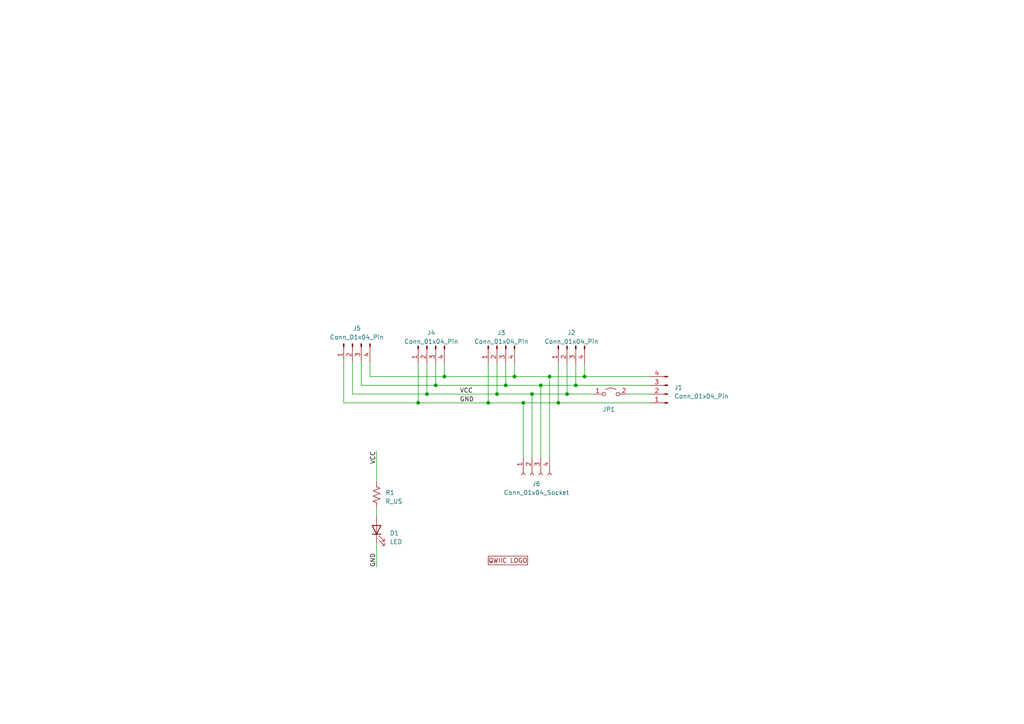
<source format=kicad_sch>
(kicad_sch (version 20230121) (generator eeschema)
  (paper "A4")
  (lib_symbols
    (symbol "Connector:Conn_01x04_Pin" (pin_names (offset 1.016) hide)
      (property "Reference" "J" (at 0 5.08 0))
      (property "Value" "Conn_01x04_Pin" (at 0 -7.62 0))
      (symbol "Conn_01x04_Pin_1_1"
        (polyline (pts (xy 1.27 -5.08) (xy 0.8636 -5.08)) (stroke (width 0.1524)))
        (polyline (pts (xy 1.27 -2.54) (xy 0.8636 -2.54)) (stroke (width 0.1524)))
        (polyline (pts (xy 1.27 0) (xy 0.8636 0)) (stroke (width 0.1524)))
        (polyline (pts (xy 1.27 2.54) (xy 0.8636 2.54)) (stroke (width 0.1524)))
        (rectangle (start 0.8636 -4.953) (end 0 -5.207) (stroke (width 0.1524)) (fill (type outline)))
        (rectangle (start 0.8636 -2.413) (end 0 -2.667) (stroke (width 0.1524)) (fill (type outline)))
        (rectangle (start 0.8636 0.127) (end 0 -0.127) (stroke (width 0.1524)) (fill (type outline)))
        (rectangle (start 0.8636 2.667) (end 0 2.413) (stroke (width 0.1524)) (fill (type outline)))
        (pin passive line (at 5.08 2.54 180) (length 3.81) (name "Pin_1") (number "1"))
        (pin passive line (at 5.08 0 180) (length 3.81) (name "Pin_2") (number "2"))
        (pin passive line (at 5.08 -2.54 180) (length 3.81) (name "Pin_3") (number "3"))
        (pin passive line (at 5.08 -5.08 180) (length 3.81) (name "Pin_4") (number "4"))
      )
    )
    (symbol "Connector:Conn_01x04_Socket" (pin_names (offset 1.016) hide)
      (property "Reference" "J" (at 0 5.08 0))
      (property "Value" "Conn_01x04_Socket" (at 0 -7.62 0))
      (symbol "Conn_01x04_Socket_1_1"
        (arc (start 0 -4.572) (mid -0.5058 -5.08) (end 0 -5.588) (stroke (width 0.1524)))
        (arc (start 0 -2.032) (mid -0.5058 -2.54) (end 0 -3.048) (stroke (width 0.1524)))
        (polyline (pts (xy -1.27 -5.08) (xy -0.508 -5.08)) (stroke (width 0.1524)))
        (polyline (pts (xy -1.27 -2.54) (xy -0.508 -2.54)) (stroke (width 0.1524)))
        (polyline (pts (xy -1.27 0) (xy -0.508 0)) (stroke (width 0.1524)))
        (polyline (pts (xy -1.27 2.54) (xy -0.508 2.54)) (stroke (width 0.1524)))
        (arc (start 0 0.508) (mid -0.5058 0) (end 0 -0.508) (stroke (width 0.1524)))
        (arc (start 0 3.048) (mid -0.5058 2.54) (end 0 2.032) (stroke (width 0.1524)))
        (pin passive line (at -5.08 2.54 0) (length 3.81) (name "Pin_1") (number "1"))
        (pin passive line (at -5.08 0 0) (length 3.81) (name "Pin_2") (number "2"))
        (pin passive line (at -5.08 -2.54 0) (length 3.81) (name "Pin_3") (number "3"))
        (pin passive line (at -5.08 -5.08 0) (length 3.81) (name "Pin_4") (number "4"))
      )
    )
    (symbol "Device:LED" (pin_numbers hide) (pin_names (offset 1.016) hide)
      (property "Reference" "D" (at 0 2.54 0))
      (property "Value" "LED" (at 0 -2.54 0))
      (symbol "LED_0_1"
        (polyline (pts (xy -1.27 -1.27) (xy -1.27 1.27)) (stroke (width 0.254)))
        (polyline (pts (xy -1.27 0) (xy 1.27 0)))
        (polyline (pts (xy 1.27 -1.27) (xy 1.27 1.27) (xy -1.27 0) (xy 1.27 -1.27)) (stroke (width 0.254)))
        (polyline (pts (xy -3.048 -0.762) (xy -4.572 -2.286) (xy -3.81 -2.286) (xy -4.572 -2.286) (xy -4.572 -1.524)))
        (polyline (pts (xy -1.778 -0.762) (xy -3.302 -2.286) (xy -2.54 -2.286) (xy -3.302 -2.286) (xy -3.302 -1.524)))
      )
      (symbol "LED_1_1"
        (pin passive line (at -3.81 0 0) (length 2.54) (name "K") (number "1"))
        (pin passive line (at 3.81 0 180) (length 2.54) (name "A") (number "2"))
      )
    )
    (symbol "Device:R_US" (pin_numbers hide) (pin_names (offset 0))
      (property "Reference" "R" (at 2.54 0 90))
      (property "Value" "R_US" (at -2.54 0 90))
      (symbol "R_US_0_1"
        (polyline (pts (xy 0 -2.286) (xy 0 -2.54)))
        (polyline (pts (xy 0 2.286) (xy 0 2.54)))
        (polyline (pts (xy 0 -0.762) (xy 1.016 -1.143) (xy 0 -1.524) (xy -1.016 -1.905) (xy 0 -2.286)))
        (polyline (pts (xy 0 0.762) (xy 1.016 0.381) (xy 0 0) (xy -1.016 -0.381) (xy 0 -0.762)))
        (polyline (pts (xy 0 2.286) (xy 1.016 1.905) (xy 0 1.524) (xy -1.016 1.143) (xy 0 0.762)))
      )
      (symbol "R_US_1_1"
        (pin passive line (at 0 3.81 270) (length 1.27) (name "~") (number "1"))
        (pin passive line (at 0 -3.81 90) (length 1.27) (name "~") (number "2"))
      )
    )
    (symbol "Jumper:Jumper_2_Open" (pin_names (offset 0) hide)
      (property "Reference" "JP" (at 0 2.794 0))
      (property "Value" "Jumper_2_Open" (at 0 -2.286 0))
      (symbol "Jumper_2_Open_0_0"
        (circle (center -2.032 0) (radius 0.508))
        (circle (center 2.032 0) (radius 0.508))
      )
      (symbol "Jumper_2_Open_0_1"
        (arc (start 1.524 1.27) (mid 0 1.778) (end -1.524 1.27))
      )
      (symbol "Jumper_2_Open_1_1"
        (pin passive line (at -5.08 0 0) (length 2.54) (name "A") (number "1"))
        (pin passive line (at 5.08 0 180) (length 2.54) (name "B") (number "2"))
      )
    )
    (symbol "quiic_hub:QWIIC_LOGO"
      (property "Reference" "X" (at -1.905 2.54 0))
      (symbol "QWIIC_LOGO_0_1"
        (rectangle (start -4.445 1.27) (end 6.985 -1.27))
      )
      (symbol "QWIIC_LOGO_1_1"
        (text "QWIIC LOGO" (at 1.27 0 0) (effects (font (size 1.27 1.27))))
      )
    )
  )
  (junction (at 121.285 116.84))
  (junction (at 169.545 109.22))
  (junction (at 164.465 114.3))
  (junction (at 146.685 111.76))
  (junction (at 167.005 111.76))
  (junction (at 161.925 116.84))
  (junction (at 126.365 111.76))
  (junction (at 123.825 114.3))
  (junction (at 128.905 109.22))
  (junction (at 154.305 114.3))
  (junction (at 159.385 109.22))
  (junction (at 141.605 116.84))
  (junction (at 151.765 116.84))
  (junction (at 149.225 109.22))
  (junction (at 144.145 114.3))
  (junction (at 156.845 111.76))
  (wire (pts (xy 104.775 104.775) (xy 104.775 111.76)))
  (wire (pts (xy 126.365 105.41) (xy 126.365 111.76)))
  (wire (pts (xy 188.595 109.22) (xy 169.545 109.22)))
  (wire (pts (xy 144.145 105.41) (xy 144.145 114.3)))
  (wire (pts (xy 109.22 130.81) (xy 109.22 139.7)))
  (wire (pts (xy 123.825 114.3) (xy 102.235 114.3)))
  (wire (pts (xy 169.545 109.22) (xy 169.545 105.41)))
  (wire (pts (xy 126.365 111.76) (xy 146.685 111.76)))
  (wire (pts (xy 156.845 111.76) (xy 167.005 111.76)))
  (wire (pts (xy 159.385 109.22) (xy 169.545 109.22)))
  (wire (pts (xy 107.315 109.22) (xy 128.905 109.22)))
  (wire (pts (xy 156.845 111.76) (xy 156.845 132.715)))
  (wire (pts (xy 121.285 105.41) (xy 121.285 116.84)))
  (wire (pts (xy 154.305 114.3) (xy 154.305 132.715)))
  (wire (pts (xy 104.775 111.76) (xy 126.365 111.76)))
  (wire (pts (xy 146.685 105.41) (xy 146.685 111.76)))
  (wire (pts (xy 164.465 114.3) (xy 172.085 114.3)))
  (wire (pts (xy 161.925 116.84) (xy 188.595 116.84)))
  (wire (pts (xy 141.605 105.41) (xy 141.605 116.84)))
  (wire (pts (xy 154.305 114.3) (xy 164.465 114.3)))
  (wire (pts (xy 149.225 109.22) (xy 159.385 109.22)))
  (wire (pts (xy 121.285 116.84) (xy 141.605 116.84)))
  (wire (pts (xy 99.695 116.84) (xy 121.285 116.84)))
  (wire (pts (xy 107.315 104.775) (xy 107.315 109.22)))
  (wire (pts (xy 164.465 105.41) (xy 164.465 114.3)))
  (wire (pts (xy 144.145 114.3) (xy 123.825 114.3)))
  (wire (pts (xy 123.825 105.41) (xy 123.825 114.3)))
  (wire (pts (xy 151.765 116.84) (xy 151.765 132.715)))
  (wire (pts (xy 102.235 104.775) (xy 102.235 114.3)))
  (wire (pts (xy 99.695 104.775) (xy 99.695 116.84)))
  (wire (pts (xy 167.005 111.76) (xy 188.595 111.76)))
  (wire (pts (xy 109.22 147.32) (xy 109.22 149.86)))
  (wire (pts (xy 146.685 111.76) (xy 156.845 111.76)))
  (wire (pts (xy 151.765 116.84) (xy 161.925 116.84)))
  (wire (pts (xy 149.225 105.41) (xy 149.225 109.22)))
  (wire (pts (xy 182.245 114.3) (xy 188.595 114.3)))
  (wire (pts (xy 159.385 109.22) (xy 159.385 132.715)))
  (wire (pts (xy 141.605 116.84) (xy 151.765 116.84)))
  (wire (pts (xy 128.905 109.22) (xy 149.225 109.22)))
  (wire (pts (xy 161.925 105.41) (xy 161.925 116.84)))
  (wire (pts (xy 144.145 114.3) (xy 154.305 114.3)))
  (wire (pts (xy 128.905 105.41) (xy 128.905 109.22)))
  (wire (pts (xy 167.005 105.41) (xy 167.005 111.76)))
  (wire (pts (xy 109.22 157.48) (xy 109.22 164.465)))
  (label "GND" (at 133.35 116.84 0))
  (label "VCC" (at 109.22 130.81 270))
  (label "GND" (at 109.22 164.465 90))
  (label "VCC" (at 133.35 114.3 0))
  (symbol (lib_id "Connector:Conn_01x04_Pin") (at 193.675 114.3 180) (unit 1)
    (property "Reference" "J1" (at 195.58 112.395 0) (effects (justify right)))
    (property "Value" "Conn_01x04_Pin" (at 195.58 114.935 0) (effects (justify right)))
    (property "Footprint" "qwiic_hub:JST_SH_SM04B-SRSS-TB_1x04-1MP_P1.00mm_Horizontal" (effects hide))
  )
  (symbol (lib_id "Connector:Conn_01x04_Pin") (at 144.145 100.33 90) (mirror x) (unit 1)
    (property "Reference" "J3" (at 145.415 96.52 90))
    (property "Value" "Conn_01x04_Pin" (at 145.415 99.06 90))
    (property "Footprint" "qwiic_hub:JST_SH_BM04B-SRSS-TB_1x04-1MP_P1.00mm_Vertical" (effects hide))
  )
  (symbol (lib_id "Jumper:Jumper_2_Open") (at 177.165 114.3 0) (unit 1)
    (property "Reference" "JP1" (at 178.435 118.745 0) (effects (justify right)))
    (property "Value" "Jumper_2_Open" (effects hide))
    (property "Footprint" "Jumper:SolderJumper-2_P1.3mm_Open_Pad1.0x1.5mm" (effects hide))
  )
  (symbol (lib_id "quiic_hub:QWIIC_LOGO") (at 146.05 162.56 0) (unit 1)
    (property "Reference" "X1" (effects hide))
    (property "Value" "QWIIC Logo" (effects hide))
    (property "Footprint" "qwiic_hub:QWIIC_logo_10mm" (effects hide))
  )
  (symbol (lib_id "Connector:Conn_01x04_Pin") (at 102.235 99.695 90) (mirror x) (unit 1)
    (property "Reference" "J5" (at 103.505 95.25 90))
    (property "Value" "Conn_01x04_Pin" (at 103.505 97.79 90))
    (property "Footprint" "qwiic_hub:JST_SH_BM04B-SRSS-TB_1x04-1MP_P1.00mm_Vertical" (effects hide))
  )
  (symbol (lib_id "Device:R_US") (at 109.22 143.51 0) (unit 1)
    (property "Reference" "R1" (at 111.76 142.875 0) (effects (justify left)))
    (property "Value" "R_US" (at 111.76 145.415 0) (effects (justify left)))
    (property "Footprint" "Resistor_SMD:R_0402_1005Metric_Pad0.72x0.64mm_HandSolder" (effects hide))
  )
  (symbol (lib_id "Connector:Conn_01x04_Pin") (at 123.825 100.33 90) (mirror x) (unit 1)
    (property "Reference" "J4" (at 125.095 96.52 90))
    (property "Value" "Conn_01x04_Pin" (at 125.095 99.06 90))
    (property "Footprint" "qwiic_hub:JST_SH_BM04B-SRSS-TB_1x04-1MP_P1.00mm_Vertical" (effects hide))
  )
  (symbol (lib_id "Device:LED") (at 109.22 153.67 90) (unit 1)
    (property "Reference" "D1" (at 113.03 154.6225 90) (effects (justify right)))
    (property "Value" "LED" (at 113.03 157.1625 90) (effects (justify right)))
    (property "Footprint" "LED_SMD:LED_0603_1608Metric" (effects hide))
  )
  (symbol (lib_id "Connector:Conn_01x04_Pin") (at 164.465 100.33 90) (mirror x) (unit 1)
    (property "Reference" "J2" (at 165.735 96.52 90))
    (property "Value" "Conn_01x04_Pin" (at 165.735 99.06 90))
    (property "Footprint" "qwiic_hub:JST_SH_BM04B-SRSS-TB_1x04-1MP_P1.00mm_Vertical" (effects hide))
  )
  (symbol (lib_id "Connector:Conn_01x04_Socket") (at 154.305 137.795 90) (mirror x) (unit 1)
    (property "Reference" "J6" (at 155.575 140.335 90))
    (property "Value" "Conn_01x04_Socket" (at 155.575 142.875 90))
    (property "Footprint" "qwiic_hub:PinHeader_1x04_P2.54mm_Vertical" (effects hide))
  )
)
</source>
